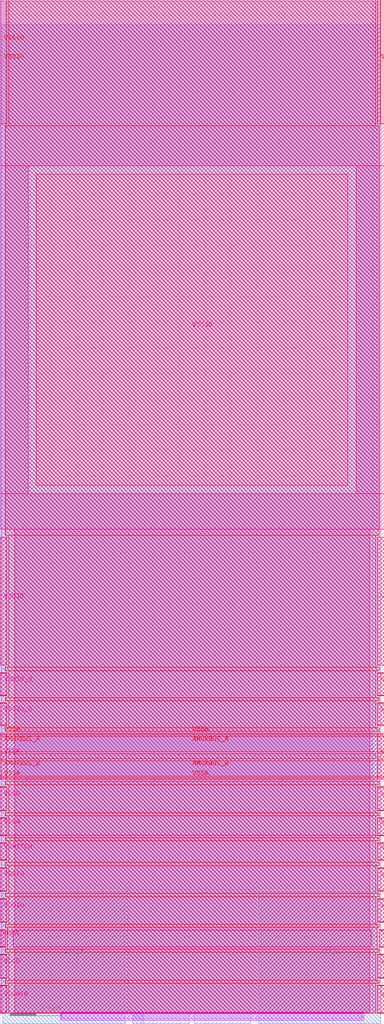
<source format=lef>
VERSION 5.7 ;
  NOWIREEXTENSIONATPIN ON ;
  DIVIDERCHAR "/" ;
  BUSBITCHARS "[]" ;
MACRO sky130_ef_io__vssio_hvc_clamped_pad
  CLASS PAD POWER ;
  FOREIGN sky130_ef_io__vssio_hvc_clamped_pad ;
  ORIGIN 0.000 0.000 ;
  SIZE 75.000 BY 197.965 ;
  PIN AMUXBUS_A
    DIRECTION INOUT ;
    USE SIGNAL ;
    PORT
      LAYER met4 ;
        RECT 0.000 51.090 75.000 54.070 ;
    END
    PORT
      LAYER met4 ;
        RECT 0.000 51.090 1.270 54.070 ;
    END
  END AMUXBUS_A
  PIN AMUXBUS_B
    DIRECTION INOUT ;
    USE SIGNAL ;
    PORT
      LAYER met4 ;
        RECT 0.000 46.330 75.000 49.310 ;
    END
    PORT
      LAYER met4 ;
        RECT 0.000 46.330 1.270 49.310 ;
    END
  END AMUXBUS_B
  PIN VSSA
    DIRECTION INOUT ;
    USE GROUND ;
    PORT
      LAYER met5 ;
        RECT 73.730 45.700 75.000 54.700 ;
    END
    PORT
      LAYER met5 ;
        RECT 73.730 34.805 75.000 38.050 ;
    END
    PORT
      LAYER met5 ;
        RECT 0.000 45.700 1.270 54.700 ;
    END
    PORT
      LAYER met5 ;
        RECT 0.000 34.805 1.270 38.050 ;
    END
    PORT
      LAYER met4 ;
        RECT 73.730 49.610 75.000 50.790 ;
    END
    PORT
      LAYER met4 ;
        RECT 0.000 54.370 75.000 54.700 ;
    END
    PORT
      LAYER met4 ;
        RECT 0.000 45.700 75.000 46.030 ;
    END
    PORT
      LAYER met4 ;
        RECT 73.730 34.700 75.000 38.150 ;
    END
    PORT
      LAYER met4 ;
        RECT 0.000 45.700 1.270 46.030 ;
    END
    PORT
      LAYER met4 ;
        RECT 0.000 49.610 1.270 50.790 ;
    END
    PORT
      LAYER met4 ;
        RECT 0.000 54.370 1.270 54.700 ;
    END
    PORT
      LAYER met4 ;
        RECT 0.000 34.700 1.270 38.150 ;
    END
  END VSSA
  PIN VDDA
    DIRECTION INOUT ;
    USE POWER ;
    PORT
      LAYER met5 ;
        RECT 74.035 13.000 75.000 16.250 ;
    END
    PORT
      LAYER met5 ;
        RECT 0.000 13.000 0.965 16.250 ;
    END
    PORT
      LAYER met4 ;
        RECT 74.035 12.900 75.000 16.350 ;
    END
    PORT
      LAYER met4 ;
        RECT 0.000 12.900 0.965 16.350 ;
    END
  END VDDA
  PIN VSWITCH
    DIRECTION INOUT ;
    USE POWER ;
    PORT
      LAYER met5 ;
        RECT 73.730 29.950 75.000 33.200 ;
    END
    PORT
      LAYER met5 ;
        RECT 0.000 29.950 1.270 33.200 ;
    END
    PORT
      LAYER met4 ;
        RECT 73.730 29.850 75.000 33.300 ;
    END
    PORT
      LAYER met4 ;
        RECT 0.000 29.850 1.270 33.300 ;
    END
  END VSWITCH
  PIN VDDIO_Q
    DIRECTION INOUT ;
    USE POWER ;
    PORT
      LAYER met5 ;
        RECT 73.730 62.150 75.000 66.400 ;
    END
    PORT
      LAYER met5 ;
        RECT 0.000 62.150 1.270 66.400 ;
    END
    PORT
      LAYER met4 ;
        RECT 73.730 62.050 75.000 66.500 ;
    END
    PORT
      LAYER met4 ;
        RECT 0.000 62.050 1.270 66.500 ;
    END
  END VDDIO_Q
  PIN VCCHIB
    DIRECTION INOUT ;
    USE POWER ;
    PORT
      LAYER met5 ;
        RECT 73.730 0.100 75.000 5.350 ;
    END
    PORT
      LAYER met5 ;
        RECT 0.000 0.100 1.270 5.350 ;
    END
    PORT
      LAYER met4 ;
        RECT 73.730 0.000 75.000 5.450 ;
    END
    PORT
      LAYER met4 ;
        RECT 0.000 0.000 1.270 5.450 ;
    END
  END VCCHIB
  PIN VDDIO
    DIRECTION INOUT ;
    USE POWER ;
    PORT
      LAYER met5 ;
        RECT 73.730 68.000 75.000 92.950 ;
    END
    PORT
      LAYER met5 ;
        RECT 73.730 17.850 75.000 22.300 ;
    END
    PORT
      LAYER met5 ;
        RECT 0.000 68.000 1.270 92.950 ;
    END
    PORT
      LAYER met5 ;
        RECT 0.000 17.850 1.270 22.300 ;
    END
    PORT
      LAYER met4 ;
        RECT 73.730 17.750 75.000 22.400 ;
    END
    PORT
      LAYER met4 ;
        RECT 73.730 68.000 75.000 92.965 ;
    END
    PORT
      LAYER met4 ;
        RECT 0.000 17.750 1.270 22.400 ;
    END
    PORT
      LAYER met4 ;
        RECT 0.000 68.000 1.270 92.965 ;
    END
  END VDDIO
  PIN VCCD
    DIRECTION INOUT ;
    USE POWER ;
    PORT
      LAYER met5 ;
        RECT 73.730 6.950 75.000 11.400 ;
    END
    PORT
      LAYER met5 ;
        RECT 0.000 6.950 1.270 11.400 ;
    END
    PORT
      LAYER met4 ;
        RECT 73.730 6.850 75.000 11.500 ;
    END
    PORT
      LAYER met4 ;
        RECT 0.000 6.850 1.270 11.500 ;
    END
  END VCCD
  PIN VSSIO
    DIRECTION INOUT ;
    USE GROUND ;
    PORT
      LAYER met5 ;
        RECT 7.050 103.085 67.890 163.910 ;
    END
    PORT
      LAYER met4 ;
        RECT 0.630 189.565 0.640 189.575 ;
    END
    PORT
      LAYER met4 ;
        RECT 74.250 173.750 75.000 197.965 ;
    END
    PORT
      LAYER met3 ;
        RECT 0.495 -2.035 24.395 23.815 ;
    END
    PORT
      LAYER met3 ;
        RECT 50.390 -2.035 74.290 23.815 ;
    END
    PORT
      LAYER met5 ;
        RECT 73.730 23.900 75.000 28.350 ;
    END
    PORT
      LAYER met5 ;
        RECT 0.000 23.900 1.270 28.350 ;
    END
    PORT
      LAYER met4 ;
        RECT 73.730 23.800 75.000 28.450 ;
    END
    PORT
      LAYER met4 ;
        RECT 73.730 173.750 75.000 197.965 ;
    END
    PORT
      LAYER met4 ;
        RECT 0.000 173.750 1.270 197.965 ;
    END
    PORT
      LAYER met4 ;
        RECT 0.000 23.800 1.270 28.450 ;
    END
  END VSSIO
  PIN VSSD
    DIRECTION INOUT ;
    USE GROUND ;
    PORT
      LAYER met5 ;
        RECT 73.730 39.650 75.000 44.100 ;
    END
    PORT
      LAYER met5 ;
        RECT 0.000 39.650 1.270 44.100 ;
    END
    PORT
      LAYER met4 ;
        RECT 73.730 39.550 75.000 44.200 ;
    END
    PORT
      LAYER met4 ;
        RECT 0.000 39.550 1.270 44.200 ;
    END
  END VSSD
  PIN VSSIO_Q
    DIRECTION INOUT ;
    USE GROUND ;
    PORT
      LAYER met5 ;
        RECT 73.730 56.300 75.000 60.550 ;
    END
    PORT
      LAYER met5 ;
        RECT 0.000 56.300 1.270 60.550 ;
    END
    PORT
      LAYER met4 ;
        RECT 73.730 56.200 75.000 60.650 ;
    END
    PORT
      LAYER met4 ;
        RECT 0.000 56.200 1.270 60.650 ;
    END
  END VSSIO_Q
  OBS
      LAYER nwell ;
        RECT 11.860 -1.350 70.965 0.170 ;
      LAYER li1 ;
        RECT 1.070 0.000 72.775 197.660 ;
        RECT 12.065 -0.145 13.045 0.000 ;
        RECT 69.760 -0.145 70.650 0.000 ;
        RECT 12.065 -1.035 70.650 -0.145 ;
      LAYER met1 ;
        RECT 0.185 0.000 73.620 197.690 ;
        RECT 12.035 -0.115 13.350 0.000 ;
        POLYGON 13.350 0.000 13.465 -0.115 13.350 -0.115 ;
        POLYGON 69.540 0.000 69.540 -0.115 69.425 -0.115 ;
        RECT 69.540 -0.115 70.680 0.000 ;
        RECT 12.035 -1.065 70.680 -0.115 ;
      LAYER met2 ;
        RECT 0.265 0.000 74.290 193.040 ;
        RECT 0.495 -2.035 24.395 0.000 ;
        RECT 25.895 -2.035 27.895 -0.115 ;
        RECT 50.390 -2.035 74.290 0.000 ;
      LAYER met3 ;
        RECT 0.240 24.215 74.290 197.965 ;
        RECT 24.795 0.000 49.990 24.215 ;
        RECT 25.895 -2.035 36.895 0.000 ;
        RECT 37.890 -2.035 48.890 0.000 ;
      LAYER met4 ;
        RECT 1.670 173.350 73.330 197.965 ;
        RECT 0.965 93.365 74.035 173.350 ;
        RECT 1.670 67.600 73.330 93.365 ;
        RECT 0.965 66.900 74.035 67.600 ;
        RECT 1.670 61.650 73.330 66.900 ;
        RECT 0.965 61.050 74.035 61.650 ;
        RECT 1.670 55.800 73.330 61.050 ;
        RECT 0.965 55.100 74.035 55.800 ;
        RECT 1.670 49.710 73.330 50.690 ;
        RECT 0.965 44.600 74.035 45.300 ;
        RECT 1.670 39.150 73.330 44.600 ;
        RECT 0.965 38.550 74.035 39.150 ;
        RECT 1.670 34.300 73.330 38.550 ;
        RECT 0.965 33.700 74.035 34.300 ;
        RECT 1.670 29.450 73.330 33.700 ;
        RECT 0.965 28.850 74.035 29.450 ;
        RECT 1.670 23.400 73.330 28.850 ;
        RECT 0.965 22.800 74.035 23.400 ;
        RECT 1.670 17.350 73.330 22.800 ;
        RECT 0.965 16.750 74.035 17.350 ;
        RECT 1.365 12.500 73.635 16.750 ;
        RECT 0.965 11.900 74.035 12.500 ;
        RECT 1.670 6.450 73.330 11.900 ;
        RECT 0.965 5.850 74.035 6.450 ;
        RECT 1.670 0.000 73.330 5.850 ;
      LAYER met5 ;
        RECT 0.000 165.510 75.000 197.965 ;
        RECT 0.000 101.485 5.450 165.510 ;
        RECT 69.490 101.485 75.000 165.510 ;
        RECT 0.000 94.550 75.000 101.485 ;
        RECT 2.870 34.805 72.130 94.550 ;
        RECT 0.000 34.800 75.000 34.805 ;
        RECT 2.870 16.250 72.130 34.800 ;
        RECT 2.565 13.000 72.435 16.250 ;
        RECT 2.870 0.100 72.130 13.000 ;
  END
END sky130_ef_io__vssio_hvc_clamped_pad
END LIBRARY


</source>
